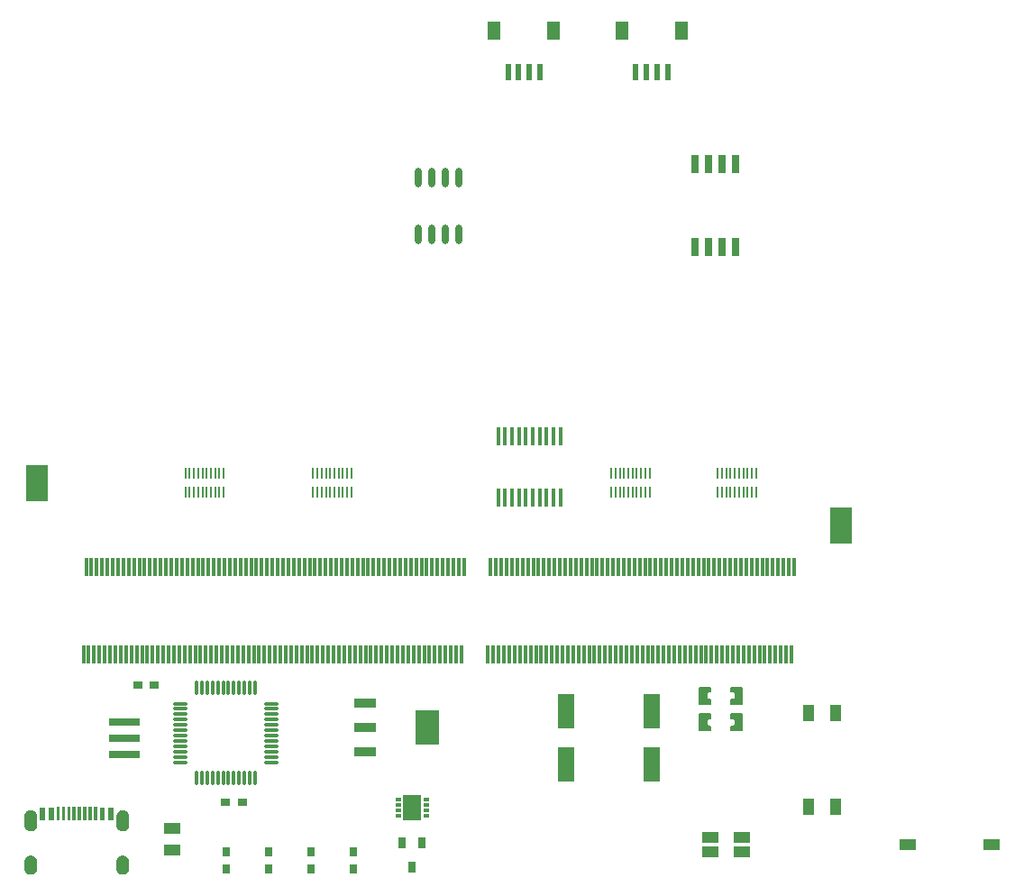
<source format=gtp>
G04 Layer: TopPasteMaskLayer*
G04 EasyEDA v6.5.22, 2022-12-22 19:42:36*
G04 63d54b84b90b4e81b1216e971f4bcc08,b137401b17fb4d15a04862e99c0880a0,10*
G04 Gerber Generator version 0.2*
G04 Scale: 100 percent, Rotated: No, Reflected: No *
G04 Dimensions in millimeters *
G04 leading zeros omitted , absolute positions ,4 integer and 5 decimal *
%FSLAX45Y45*%
%MOMM*%

%ADD10R,2.0000X3.5000*%
%ADD11R,0.3000X1.8000*%
%ADD12R,1.1000X1.5240*%
%ADD13R,1.5000X1.0000*%
%ADD14R,0.8000X1.0000*%
%ADD15R,1.5500X1.0000*%
%ADD16R,2.1500X0.9500*%
%ADD17R,2.2000X3.2500*%
%ADD18R,0.8000X0.9000*%
%ADD19R,0.6000X1.5500*%
%ADD20R,1.2000X1.8000*%
%ADD21R,0.9000X0.8000*%
%ADD22R,1.6000X3.2000*%
%ADD23O,0.27000199999999996X1.499997*%
%ADD24O,1.499997X0.27000199999999996*%
%ADD25O,0.36400740000000004X1.7420082*%
%ADD26R,1.7000X2.4000*%
%ADD27R,0.5000X0.3000*%
%ADD28R,3.0000X0.7000*%
%ADD29R,0.2000X1.1000*%
%ADD30R,0.2000X1.0000*%
%ADD31O,0.6299962X1.8649950000000002*%
%ADD32R,0.7000X1.8000*%
%ADD33R,0.0191X1.8000*%

%LPD*%
G36*
X-3744976Y-4249013D02*
G01*
X-3744976Y-4367987D01*
X-3694988Y-4367987D01*
X-3694988Y-4249013D01*
G37*
G36*
X-3104946Y-4249013D02*
G01*
X-3104946Y-4367987D01*
X-3054959Y-4367987D01*
X-3054959Y-4249013D01*
G37*
G36*
X-3184956Y-4249013D02*
G01*
X-3184956Y-4368038D01*
X-3134969Y-4368038D01*
X-3134969Y-4249013D01*
G37*
G36*
X-3664965Y-4249013D02*
G01*
X-3664965Y-4367987D01*
X-3614978Y-4367987D01*
X-3614978Y-4249013D01*
G37*
G36*
X-3239973Y-4243984D02*
G01*
X-3239973Y-4373016D01*
X-3210001Y-4373016D01*
X-3210001Y-4243984D01*
G37*
G36*
X-3389985Y-4243984D02*
G01*
X-3389985Y-4373016D01*
X-3360013Y-4373016D01*
X-3360013Y-4243984D01*
G37*
G36*
X-3439972Y-4243984D02*
G01*
X-3439972Y-4373016D01*
X-3410000Y-4373016D01*
X-3410000Y-4243984D01*
G37*
G36*
X-3490010Y-4243984D02*
G01*
X-3490010Y-4373016D01*
X-3459987Y-4373016D01*
X-3459987Y-4243984D01*
G37*
G36*
X-3589985Y-4243984D02*
G01*
X-3589985Y-4373016D01*
X-3560013Y-4373016D01*
X-3560013Y-4243984D01*
G37*
G36*
X-3339998Y-4243984D02*
G01*
X-3339998Y-4373016D01*
X-3309975Y-4373016D01*
X-3309975Y-4243984D01*
G37*
G36*
X-3290011Y-4243984D02*
G01*
X-3290011Y-4373016D01*
X-3260039Y-4373016D01*
X-3260039Y-4243984D01*
G37*
G36*
X-3539998Y-4243984D02*
G01*
X-3539998Y-4373016D01*
X-3509975Y-4373016D01*
X-3509975Y-4243984D01*
G37*
G36*
X-3833469Y-4273499D02*
G01*
X-3839464Y-4273956D01*
X-3845356Y-4274972D01*
X-3851097Y-4276598D01*
X-3856685Y-4278782D01*
X-3862019Y-4281525D01*
X-3866997Y-4284776D01*
X-3871722Y-4288485D01*
X-3875989Y-4292701D01*
X-3879799Y-4297273D01*
X-3883202Y-4302201D01*
X-3886047Y-4307433D01*
X-3888384Y-4312970D01*
X-3890162Y-4318660D01*
X-3891330Y-4324553D01*
X-3891940Y-4330496D01*
X-3891991Y-4413504D01*
X-3891686Y-4419447D01*
X-3890822Y-4425391D01*
X-3889349Y-4431182D01*
X-3887266Y-4436770D01*
X-3884676Y-4442206D01*
X-3881577Y-4447286D01*
X-3877970Y-4452061D01*
X-3873906Y-4456430D01*
X-3869385Y-4460392D01*
X-3864559Y-4463897D01*
X-3859377Y-4466894D01*
X-3853891Y-4469333D01*
X-3848252Y-4471263D01*
X-3842410Y-4472584D01*
X-3836466Y-4473295D01*
X-3830523Y-4473448D01*
X-3824528Y-4473041D01*
X-3818636Y-4471974D01*
X-3812895Y-4470349D01*
X-3807307Y-4468164D01*
X-3801973Y-4465421D01*
X-3796995Y-4462221D01*
X-3792270Y-4458462D01*
X-3788003Y-4454296D01*
X-3784193Y-4449724D01*
X-3780790Y-4444746D01*
X-3777945Y-4439513D01*
X-3775608Y-4434027D01*
X-3773830Y-4428286D01*
X-3772662Y-4422444D01*
X-3772052Y-4416450D01*
X-3772001Y-4333494D01*
X-3772306Y-4327499D01*
X-3773170Y-4321606D01*
X-3774643Y-4315815D01*
X-3776726Y-4310176D01*
X-3779316Y-4304792D01*
X-3782415Y-4299661D01*
X-3786022Y-4294936D01*
X-3790086Y-4290517D01*
X-3794607Y-4286554D01*
X-3799433Y-4283100D01*
X-3804615Y-4280103D01*
X-3810101Y-4277614D01*
X-3815740Y-4275734D01*
X-3821582Y-4274413D01*
X-3827526Y-4273651D01*
G37*
G36*
X-2969463Y-4273499D02*
G01*
X-2975457Y-4273956D01*
X-2981350Y-4274972D01*
X-2987090Y-4276598D01*
X-2992678Y-4278782D01*
X-2998012Y-4281525D01*
X-3002991Y-4284776D01*
X-3007715Y-4288485D01*
X-3011982Y-4292701D01*
X-3015843Y-4297273D01*
X-3019196Y-4302201D01*
X-3022041Y-4307433D01*
X-3024378Y-4312970D01*
X-3026156Y-4318660D01*
X-3027324Y-4324553D01*
X-3027934Y-4330496D01*
X-3027984Y-4413504D01*
X-3027680Y-4419447D01*
X-3026816Y-4425391D01*
X-3025343Y-4431182D01*
X-3023260Y-4436770D01*
X-3020669Y-4442206D01*
X-3017570Y-4447286D01*
X-3013964Y-4452061D01*
X-3009900Y-4456430D01*
X-3005378Y-4460392D01*
X-3000552Y-4463897D01*
X-2995371Y-4466894D01*
X-2989935Y-4469333D01*
X-2984246Y-4471263D01*
X-2978404Y-4472584D01*
X-2972460Y-4473295D01*
X-2966516Y-4473448D01*
X-2960522Y-4473041D01*
X-2954629Y-4471974D01*
X-2948889Y-4470349D01*
X-2943301Y-4468164D01*
X-2937967Y-4465421D01*
X-2932988Y-4462221D01*
X-2928264Y-4458462D01*
X-2923997Y-4454296D01*
X-2920187Y-4449724D01*
X-2916783Y-4444746D01*
X-2913938Y-4439513D01*
X-2911602Y-4434027D01*
X-2909824Y-4428286D01*
X-2908655Y-4422444D01*
X-2908046Y-4416450D01*
X-2907995Y-4333494D01*
X-2908300Y-4327499D01*
X-2909163Y-4321606D01*
X-2910636Y-4315815D01*
X-2912719Y-4310176D01*
X-2915310Y-4304792D01*
X-2918409Y-4299661D01*
X-2922016Y-4294936D01*
X-2926080Y-4290517D01*
X-2930601Y-4286554D01*
X-2935427Y-4283100D01*
X-2940608Y-4280103D01*
X-2946095Y-4277614D01*
X-2951734Y-4275734D01*
X-2957576Y-4274413D01*
X-2963519Y-4273651D01*
G37*
G36*
X-3833469Y-4701489D02*
G01*
X-3839464Y-4701946D01*
X-3845356Y-4703013D01*
X-3851097Y-4704638D01*
X-3856685Y-4706823D01*
X-3862019Y-4709515D01*
X-3866997Y-4712766D01*
X-3871722Y-4716526D01*
X-3875989Y-4720691D01*
X-3879799Y-4725263D01*
X-3883202Y-4730191D01*
X-3886047Y-4735474D01*
X-3888384Y-4740960D01*
X-3890162Y-4746701D01*
X-3891330Y-4752543D01*
X-3891940Y-4758486D01*
X-3891991Y-4821478D01*
X-3891686Y-4827473D01*
X-3890822Y-4833366D01*
X-3889349Y-4839157D01*
X-3887266Y-4844796D01*
X-3884676Y-4850180D01*
X-3881577Y-4855311D01*
X-3877970Y-4860036D01*
X-3873906Y-4864455D01*
X-3869385Y-4868418D01*
X-3864559Y-4871872D01*
X-3859377Y-4874869D01*
X-3853891Y-4877358D01*
X-3848252Y-4879238D01*
X-3842410Y-4880559D01*
X-3836466Y-4881321D01*
X-3830523Y-4881473D01*
X-3824528Y-4881016D01*
X-3818636Y-4880000D01*
X-3812895Y-4878374D01*
X-3807307Y-4876190D01*
X-3801973Y-4873447D01*
X-3796995Y-4870196D01*
X-3792270Y-4866487D01*
X-3788003Y-4862322D01*
X-3784193Y-4857699D01*
X-3780790Y-4852771D01*
X-3777945Y-4847539D01*
X-3775608Y-4842002D01*
X-3773830Y-4836312D01*
X-3772662Y-4830419D01*
X-3772052Y-4824476D01*
X-3772001Y-4761484D01*
X-3772306Y-4755540D01*
X-3773170Y-4749596D01*
X-3774643Y-4743805D01*
X-3776726Y-4738166D01*
X-3779316Y-4732782D01*
X-3782415Y-4727702D01*
X-3786022Y-4722926D01*
X-3790086Y-4718558D01*
X-3794607Y-4714595D01*
X-3799433Y-4711090D01*
X-3804615Y-4708093D01*
X-3810101Y-4705654D01*
X-3815740Y-4703724D01*
X-3821582Y-4702403D01*
X-3827526Y-4701641D01*
G37*
G36*
X-2969463Y-4701489D02*
G01*
X-2975457Y-4701946D01*
X-2981350Y-4703013D01*
X-2987090Y-4704638D01*
X-2992678Y-4706823D01*
X-2998012Y-4709515D01*
X-3002991Y-4712766D01*
X-3007715Y-4716526D01*
X-3011982Y-4720691D01*
X-3015843Y-4725263D01*
X-3019196Y-4730191D01*
X-3022041Y-4735474D01*
X-3024378Y-4740960D01*
X-3026156Y-4746701D01*
X-3027324Y-4752543D01*
X-3027934Y-4758486D01*
X-3027984Y-4821478D01*
X-3027680Y-4827473D01*
X-3026816Y-4833366D01*
X-3025343Y-4839157D01*
X-3023260Y-4844796D01*
X-3020669Y-4850180D01*
X-3017570Y-4855311D01*
X-3013964Y-4860036D01*
X-3009900Y-4864455D01*
X-3005378Y-4868418D01*
X-3000552Y-4871872D01*
X-2995371Y-4874869D01*
X-2989935Y-4877358D01*
X-2984246Y-4879238D01*
X-2978404Y-4880559D01*
X-2972460Y-4881321D01*
X-2966516Y-4881473D01*
X-2960522Y-4881016D01*
X-2954629Y-4880000D01*
X-2948889Y-4878374D01*
X-2943301Y-4876190D01*
X-2937967Y-4873447D01*
X-2932988Y-4870196D01*
X-2928264Y-4866487D01*
X-2923997Y-4862322D01*
X-2920187Y-4857699D01*
X-2916783Y-4852771D01*
X-2913938Y-4847539D01*
X-2911602Y-4842002D01*
X-2909824Y-4836312D01*
X-2908655Y-4830419D01*
X-2908046Y-4824476D01*
X-2907995Y-4761484D01*
X-2908300Y-4755540D01*
X-2909163Y-4749596D01*
X-2910636Y-4743805D01*
X-2912719Y-4738166D01*
X-2915310Y-4732782D01*
X-2918409Y-4727702D01*
X-2922016Y-4722926D01*
X-2926080Y-4718558D01*
X-2930601Y-4714595D01*
X-2935427Y-4711090D01*
X-2940608Y-4708093D01*
X-2946095Y-4705654D01*
X-2951734Y-4703724D01*
X-2957576Y-4702403D01*
X-2963519Y-4701641D01*
G37*
G36*
X2451709Y-3364839D02*
G01*
X2441752Y-3374847D01*
X2441752Y-3524910D01*
X2451709Y-3534918D01*
X2552496Y-3534918D01*
X2562504Y-3524910D01*
X2562504Y-3488791D01*
X2552496Y-3478784D01*
X2531414Y-3478784D01*
X2521407Y-3468776D01*
X2521407Y-3430981D01*
X2531414Y-3420973D01*
X2552496Y-3420973D01*
X2562504Y-3410965D01*
X2562504Y-3374847D01*
X2552496Y-3364839D01*
G37*
G36*
X2747467Y-3364839D02*
G01*
X2737459Y-3374847D01*
X2737459Y-3410965D01*
X2747467Y-3420973D01*
X2768549Y-3420973D01*
X2778556Y-3430981D01*
X2778556Y-3468776D01*
X2768549Y-3478784D01*
X2747467Y-3478784D01*
X2737459Y-3488791D01*
X2737459Y-3524910D01*
X2747467Y-3534918D01*
X2848254Y-3534918D01*
X2858211Y-3524910D01*
X2858211Y-3374847D01*
X2848254Y-3364839D01*
G37*
G36*
X2451709Y-3114903D02*
G01*
X2441752Y-3124911D01*
X2441752Y-3274974D01*
X2451709Y-3284982D01*
X2552496Y-3284982D01*
X2562504Y-3274974D01*
X2562504Y-3238855D01*
X2552496Y-3228848D01*
X2531414Y-3228848D01*
X2521407Y-3218840D01*
X2521407Y-3181045D01*
X2531414Y-3171037D01*
X2552496Y-3171037D01*
X2562504Y-3161030D01*
X2562504Y-3124911D01*
X2552496Y-3114903D01*
G37*
G36*
X2747467Y-3114903D02*
G01*
X2737459Y-3124911D01*
X2737459Y-3161030D01*
X2747467Y-3171037D01*
X2768549Y-3171037D01*
X2778556Y-3181045D01*
X2778556Y-3218840D01*
X2768549Y-3228848D01*
X2747467Y-3228848D01*
X2737459Y-3238855D01*
X2737459Y-3274974D01*
X2747467Y-3284982D01*
X2848254Y-3284982D01*
X2858211Y-3274974D01*
X2858211Y-3124911D01*
X2848254Y-3114903D01*
G37*
D10*
G01*
X3774998Y-1599996D03*
G01*
X-3774973Y-1199997D03*
D11*
G01*
X3337509Y-1989988D03*
G01*
X3312490Y-2810002D03*
G01*
X3287496Y-1989988D03*
G01*
X3262477Y-2810002D03*
G01*
X3237509Y-1989988D03*
G01*
X3212490Y-2810002D03*
G01*
X3187496Y-1989988D03*
G01*
X3162477Y-2810002D03*
G01*
X3137509Y-1989988D03*
G01*
X3112490Y-2810002D03*
G01*
X3087497Y-1989988D03*
G01*
X3062477Y-2810002D03*
G01*
X3037509Y-1989988D03*
G01*
X3012490Y-2810002D03*
G01*
X2987497Y-1989988D03*
G01*
X2962478Y-2810002D03*
G01*
X2937509Y-1989988D03*
G01*
X2912490Y-2810002D03*
G01*
X2887497Y-1989988D03*
G01*
X2862478Y-2810002D03*
G01*
X2837510Y-1989988D03*
G01*
X2812491Y-2810002D03*
G01*
X2787497Y-1989988D03*
G01*
X2762478Y-2810002D03*
G01*
X2737510Y-1989988D03*
G01*
X2712491Y-2810002D03*
G01*
X2687497Y-1989988D03*
G01*
X2662478Y-2810002D03*
G01*
X2637510Y-1989988D03*
G01*
X2612491Y-2810002D03*
G01*
X2587497Y-1989988D03*
G01*
X2562479Y-2810002D03*
G01*
X2537510Y-1989988D03*
G01*
X2512491Y-2810002D03*
G01*
X2487498Y-1989988D03*
G01*
X2462479Y-2810002D03*
G01*
X2437511Y-1989988D03*
G01*
X2412491Y-2810002D03*
G01*
X2387498Y-1989988D03*
G01*
X2362479Y-2810002D03*
G01*
X2337511Y-1989988D03*
G01*
X2312492Y-2810002D03*
G01*
X2287498Y-1989988D03*
G01*
X2262479Y-2810002D03*
G01*
X2237486Y-1989988D03*
G01*
X2212466Y-2810002D03*
G01*
X2187498Y-1989988D03*
G01*
X2162479Y-2810002D03*
G01*
X2137511Y-1989988D03*
G01*
X2112492Y-2810002D03*
G01*
X2087499Y-1989988D03*
G01*
X2062479Y-2810002D03*
G01*
X2037511Y-1989988D03*
G01*
X2012492Y-2810002D03*
G01*
X1987499Y-1989988D03*
G01*
X1962480Y-2810002D03*
G01*
X1937486Y-1989988D03*
G01*
X1912467Y-2810002D03*
G01*
X1887499Y-1989988D03*
G01*
X1862480Y-2810002D03*
G01*
X1837486Y-1989988D03*
G01*
X1812467Y-2810002D03*
G01*
X1787499Y-1989988D03*
G01*
X1762480Y-2810002D03*
G01*
X1737487Y-1989988D03*
G01*
X1712468Y-2810002D03*
G01*
X1687499Y-1989988D03*
G01*
X1662480Y-2810002D03*
G01*
X1637487Y-1989988D03*
G01*
X1612493Y-2810002D03*
G01*
X1587500Y-1989988D03*
G01*
X1562480Y-2810002D03*
G01*
X1537487Y-1989988D03*
G01*
X1512493Y-2810002D03*
G01*
X1487500Y-1989988D03*
G01*
X1462481Y-2810002D03*
G01*
X1437487Y-1989988D03*
G01*
X1412468Y-2810002D03*
G01*
X1387500Y-1989988D03*
G01*
X1362481Y-2810002D03*
G01*
X1337487Y-1989988D03*
G01*
X1312468Y-2810002D03*
G01*
X1287500Y-1989988D03*
G01*
X1262481Y-2810002D03*
G01*
X1237513Y-1989988D03*
G01*
X1212494Y-2810002D03*
G01*
X1187500Y-1989988D03*
G01*
X1162481Y-2810002D03*
G01*
X1137513Y-1989988D03*
G01*
X1112494Y-2810002D03*
G01*
X1087501Y-1989988D03*
G01*
X1062481Y-2810002D03*
G01*
X1037488Y-1989988D03*
G01*
X1012469Y-2810002D03*
G01*
X987501Y-1989988D03*
G01*
X962482Y-2810002D03*
G01*
X937488Y-1989988D03*
G01*
X912469Y-2810002D03*
G01*
X887501Y-1989988D03*
G01*
X862482Y-2810002D03*
G01*
X837488Y-1989988D03*
G01*
X812469Y-2810002D03*
G01*
X787501Y-1989988D03*
G01*
X762482Y-2810002D03*
G01*
X737488Y-1989988D03*
G01*
X712470Y-2810002D03*
G01*
X687501Y-1989988D03*
G01*
X662482Y-2810002D03*
G01*
X637489Y-1989988D03*
G01*
X612470Y-2810002D03*
G01*
X587502Y-1989988D03*
G01*
X562482Y-2810002D03*
G01*
X537489Y-1989988D03*
G01*
X512470Y-2810002D03*
G01*
X487502Y-1989988D03*
G01*
X462483Y-2810002D03*
G01*
X237489Y-1989988D03*
G01*
X212470Y-2810002D03*
G01*
X187502Y-1989988D03*
G01*
X162483Y-2810002D03*
G01*
X137490Y-1989988D03*
G01*
X112471Y-2810002D03*
G01*
X87503Y-1989988D03*
G01*
X62484Y-2810002D03*
G01*
X37490Y-1989988D03*
G01*
X12471Y-2810002D03*
G01*
X-12496Y-1989988D03*
G01*
X-37515Y-2810002D03*
G01*
X-62509Y-1989988D03*
G01*
X-87528Y-2810002D03*
G01*
X-112496Y-1989988D03*
G01*
X-137515Y-2810002D03*
G01*
X-162509Y-1989988D03*
G01*
X-187528Y-2810002D03*
G01*
X-212496Y-1989988D03*
G01*
X-237515Y-2810002D03*
G01*
X-262509Y-1989988D03*
G01*
X-287528Y-2810002D03*
G01*
X-312496Y-1989988D03*
G01*
X-337515Y-2810002D03*
G01*
X-362508Y-1989988D03*
G01*
X-387527Y-2810002D03*
G01*
X-412495Y-1989988D03*
G01*
X-437514Y-2810002D03*
G01*
X-462508Y-1989988D03*
G01*
X-487527Y-2810002D03*
G01*
X-512495Y-1989988D03*
G01*
X-537514Y-2810002D03*
G01*
X-562508Y-1989988D03*
G01*
X-587527Y-2810002D03*
G01*
X-612495Y-1989988D03*
G01*
X-637514Y-2810002D03*
G01*
X-662508Y-1989988D03*
G01*
X-687527Y-2810002D03*
G01*
X-712495Y-1989988D03*
G01*
X-737514Y-2810002D03*
G01*
X-762507Y-1989988D03*
G01*
X-787527Y-2810002D03*
G01*
X-812495Y-1989988D03*
G01*
X-837514Y-2810002D03*
G01*
X-862507Y-1989988D03*
G01*
X-887526Y-2810002D03*
G01*
X-912495Y-1989988D03*
G01*
X-937513Y-2810002D03*
G01*
X-962507Y-1989988D03*
G01*
X-987526Y-2810002D03*
G01*
X-1012494Y-1989988D03*
G01*
X-1037513Y-2810002D03*
G01*
X-1062507Y-1989988D03*
G01*
X-1087526Y-2810002D03*
G01*
X-1112494Y-1989988D03*
G01*
X-1137513Y-2810002D03*
G01*
X-1162507Y-1989988D03*
G01*
X-1187526Y-2810002D03*
G01*
X-1212494Y-1989988D03*
G01*
X-1237513Y-2810002D03*
G01*
X-1262506Y-1989988D03*
G01*
X-1287526Y-2810002D03*
G01*
X-1312494Y-1989988D03*
G01*
X-1337513Y-2810002D03*
G01*
X-1362506Y-1989988D03*
G01*
X-1387525Y-2810002D03*
G01*
X-1412494Y-1989988D03*
G01*
X-1437512Y-2810002D03*
G01*
X-1462506Y-1989988D03*
G01*
X-1487525Y-2810002D03*
G01*
X-1512493Y-1989988D03*
G01*
X-1537512Y-2810002D03*
G01*
X-1562506Y-1989988D03*
G01*
X-1587525Y-2810002D03*
G01*
X-1612493Y-1989988D03*
G01*
X-1637512Y-2810002D03*
G01*
X-1662506Y-1989988D03*
G01*
X-1687525Y-2810002D03*
G01*
X-1712493Y-1989988D03*
G01*
X-1737512Y-2810002D03*
G01*
X-1762505Y-1989988D03*
G01*
X-1787525Y-2810002D03*
G01*
X-1812493Y-1989988D03*
G01*
X-1837512Y-2810002D03*
G01*
X-1862505Y-1989988D03*
G01*
X-1887524Y-2810002D03*
G01*
X-1912493Y-1989988D03*
G01*
X-1937512Y-2810002D03*
G01*
X-1962505Y-1989988D03*
G01*
X-1987524Y-2810002D03*
G01*
X-2012492Y-1989988D03*
G01*
X-2037511Y-2810002D03*
G01*
X-2062505Y-1989988D03*
G01*
X-2087524Y-2810002D03*
G01*
X-2112492Y-1989988D03*
G01*
X-2137511Y-2810002D03*
G01*
X-2162505Y-1989988D03*
G01*
X-2187524Y-2810002D03*
G01*
X-2212492Y-1989988D03*
G01*
X-2237511Y-2810002D03*
G01*
X-2262504Y-1989988D03*
G01*
X-2287523Y-2810002D03*
G01*
X-2312492Y-1989988D03*
G01*
X-2337511Y-2810002D03*
G01*
X-2362504Y-1989988D03*
G01*
X-2387523Y-2810002D03*
G01*
X-2412492Y-1989988D03*
G01*
X-2437511Y-2810002D03*
G01*
X-2462504Y-1989988D03*
G01*
X-2487523Y-2810002D03*
G01*
X-2512491Y-1989988D03*
G01*
X-2537510Y-2810002D03*
G01*
X-2562504Y-1989988D03*
G01*
X-2587523Y-2810002D03*
G01*
X-2612491Y-1989988D03*
G01*
X-2637510Y-2810002D03*
G01*
X-2662504Y-1989988D03*
G01*
X-2687523Y-2810002D03*
G01*
X-2712491Y-1989988D03*
G01*
X-2737510Y-2810002D03*
G01*
X-2762504Y-1989988D03*
G01*
X-2787522Y-2810002D03*
G01*
X-2812491Y-1989988D03*
G01*
X-2837510Y-2810002D03*
G01*
X-2862503Y-1989988D03*
G01*
X-2887522Y-2810002D03*
G01*
X-2912490Y-1989988D03*
G01*
X-2937510Y-2810002D03*
G01*
X-2962503Y-1989988D03*
G01*
X-2987522Y-2810002D03*
G01*
X-3012490Y-1989988D03*
G01*
X-3037509Y-2810002D03*
G01*
X-3062503Y-1989988D03*
G01*
X-3087522Y-2810002D03*
G01*
X-3112490Y-1989988D03*
G01*
X-3137509Y-2810002D03*
G01*
X-3162503Y-1989988D03*
G01*
X-3187522Y-2810002D03*
G01*
X-3212490Y-1989988D03*
G01*
X-3237509Y-2810002D03*
G01*
X-3262503Y-1989988D03*
G01*
X-3287521Y-2810002D03*
G01*
X-3312490Y-1989988D03*
G01*
X-3337509Y-2810002D03*
D12*
G01*
X3726992Y-4240911D03*
G01*
X3726992Y-3359099D03*
G01*
X3472992Y-3359099D03*
G01*
X3472992Y-4240911D03*
D13*
G01*
X4404995Y-4599990D03*
G01*
X5194985Y-4599990D03*
D14*
G01*
X-345008Y-4584979D03*
G01*
X-250012Y-4815001D03*
G01*
X-154990Y-4585004D03*
D15*
G01*
X-2499995Y-4650003D03*
G01*
X-2499995Y-4450003D03*
D16*
G01*
X-690041Y-3269919D03*
G01*
X-690041Y-3499916D03*
G01*
X-690041Y-3729913D03*
D17*
G01*
X-110058Y-3499916D03*
D18*
G01*
X-800100Y-4670094D03*
G01*
X-800100Y-4830114D03*
G01*
X-1599945Y-4670094D03*
G01*
X-1599945Y-4830114D03*
G01*
X-1999995Y-4670094D03*
G01*
X-1999995Y-4830114D03*
G01*
X-1199895Y-4670094D03*
G01*
X-1199895Y-4830114D03*
D19*
G01*
X850061Y2656281D03*
G01*
X950061Y2656281D03*
G01*
X650036Y2656331D03*
G01*
X750036Y2656331D03*
D20*
G01*
X1080084Y3043834D03*
G01*
X520064Y3043885D03*
D19*
G01*
X2049957Y2656281D03*
G01*
X2149957Y2656281D03*
G01*
X1849932Y2656331D03*
G01*
X1949932Y2656331D03*
D20*
G01*
X2279980Y3043834D03*
G01*
X1719961Y3043885D03*
D21*
G01*
X-1845208Y-4199915D03*
G01*
X-2005228Y-4199915D03*
G01*
X-2829915Y-3100146D03*
G01*
X-2669895Y-3100146D03*
D22*
G01*
X1999995Y-3350005D03*
G01*
X1999995Y-3849979D03*
G01*
X1199895Y-3350005D03*
G01*
X1199895Y-3849979D03*
D23*
G01*
X-2275001Y-3974947D03*
G01*
X-2224989Y-3974947D03*
G01*
X-2175002Y-3974947D03*
G01*
X-2124989Y-3974947D03*
G01*
X-2075002Y-3974947D03*
G01*
X-2024989Y-3974947D03*
G01*
X-1975002Y-3974947D03*
G01*
X-1924989Y-3974947D03*
G01*
X-1875002Y-3974947D03*
G01*
X-1824989Y-3974947D03*
G01*
X-1775002Y-3974947D03*
G01*
X-1724990Y-3974947D03*
D24*
G01*
X-1575003Y-3824960D03*
G01*
X-1575003Y-3774947D03*
G01*
X-1575003Y-3724960D03*
G01*
X-1575003Y-3674948D03*
G01*
X-1575003Y-3624961D03*
G01*
X-1575003Y-3574948D03*
G01*
X-1575003Y-3524961D03*
G01*
X-1575003Y-3474948D03*
G01*
X-1575003Y-3424961D03*
G01*
X-1575003Y-3374948D03*
G01*
X-1575003Y-3324961D03*
G01*
X-1575003Y-3274948D03*
D23*
G01*
X-1724990Y-3124962D03*
G01*
X-1775002Y-3124962D03*
G01*
X-1824989Y-3124962D03*
G01*
X-1875002Y-3124962D03*
G01*
X-1924989Y-3124962D03*
G01*
X-1975002Y-3124962D03*
G01*
X-2024989Y-3124962D03*
G01*
X-2075002Y-3124962D03*
G01*
X-2124989Y-3124962D03*
G01*
X-2175002Y-3124962D03*
G01*
X-2224989Y-3124962D03*
G01*
X-2275001Y-3124962D03*
D24*
G01*
X-2424988Y-3274948D03*
G01*
X-2424988Y-3324961D03*
G01*
X-2424988Y-3374948D03*
G01*
X-2424988Y-3424961D03*
G01*
X-2424988Y-3474948D03*
G01*
X-2424988Y-3524961D03*
G01*
X-2424988Y-3574948D03*
G01*
X-2424988Y-3624961D03*
G01*
X-2424988Y-3674948D03*
G01*
X-2424988Y-3724960D03*
G01*
X-2424988Y-3774947D03*
G01*
X-2424988Y-3824960D03*
D25*
G01*
X557377Y-1337182D03*
G01*
X622376Y-1337182D03*
G01*
X687374Y-1337182D03*
G01*
X752373Y-1337182D03*
G01*
X817397Y-1337182D03*
G01*
X882395Y-1337182D03*
G01*
X947394Y-1337182D03*
G01*
X1012393Y-1337182D03*
G01*
X1077391Y-1337182D03*
G01*
X1142390Y-1337182D03*
G01*
X557377Y-762990D03*
G01*
X622376Y-762990D03*
G01*
X687374Y-762990D03*
G01*
X752373Y-762990D03*
G01*
X817397Y-762990D03*
G01*
X882395Y-762990D03*
G01*
X947394Y-762990D03*
G01*
X1012393Y-762990D03*
G01*
X1077391Y-762990D03*
G01*
X1142390Y-762990D03*
D13*
G01*
X2550033Y-4529988D03*
G01*
X2850032Y-4529988D03*
G01*
X2550033Y-4669993D03*
G01*
X2850032Y-4669993D03*
D26*
G01*
X-252603Y-4249877D03*
D27*
G01*
X-117602Y-4324883D03*
G01*
X-117602Y-4274870D03*
G01*
X-117602Y-4224883D03*
G01*
X-117602Y-4174870D03*
G01*
X-382600Y-4324883D03*
G01*
X-382600Y-4274870D03*
G01*
X-382600Y-4224883D03*
G01*
X-382600Y-4174870D03*
D28*
G01*
X-2949930Y-3449980D03*
G01*
X-2949930Y-3599992D03*
G01*
X-2949930Y-3749979D03*
D29*
G01*
X2620009Y-1285112D03*
D30*
G01*
X2660015Y-1290116D03*
G01*
X2700020Y-1290116D03*
G01*
X2739999Y-1290116D03*
G01*
X2780004Y-1290116D03*
G01*
X2820009Y-1290116D03*
G01*
X2860014Y-1290116D03*
G01*
X2900019Y-1290116D03*
G01*
X2939999Y-1290116D03*
G01*
X2980004Y-1290116D03*
G01*
X2980004Y-1110106D03*
G01*
X2939999Y-1110106D03*
G01*
X2900019Y-1110106D03*
G01*
X2860014Y-1110106D03*
G01*
X2820009Y-1110106D03*
G01*
X2780004Y-1110106D03*
G01*
X2739999Y-1110106D03*
G01*
X2700020Y-1110106D03*
G01*
X2660015Y-1110106D03*
G01*
X2620009Y-1110106D03*
D29*
G01*
X1620012Y-1285112D03*
D30*
G01*
X1660017Y-1290116D03*
G01*
X1700021Y-1290116D03*
G01*
X1740001Y-1290116D03*
G01*
X1780006Y-1290116D03*
G01*
X1820011Y-1290116D03*
G01*
X1860016Y-1290116D03*
G01*
X1900021Y-1290116D03*
G01*
X1940001Y-1290116D03*
G01*
X1980006Y-1290116D03*
G01*
X1980006Y-1110106D03*
G01*
X1940001Y-1110106D03*
G01*
X1900021Y-1110106D03*
G01*
X1860016Y-1110106D03*
G01*
X1820011Y-1110106D03*
G01*
X1780006Y-1110106D03*
G01*
X1740001Y-1110106D03*
G01*
X1700021Y-1110106D03*
G01*
X1660017Y-1110106D03*
G01*
X1620012Y-1110106D03*
D29*
G01*
X-1180084Y-1285112D03*
D30*
G01*
X-1140079Y-1290116D03*
G01*
X-1100073Y-1290116D03*
G01*
X-1060094Y-1290116D03*
G01*
X-1020089Y-1290116D03*
G01*
X-980084Y-1290116D03*
G01*
X-940079Y-1290116D03*
G01*
X-900074Y-1290116D03*
G01*
X-860094Y-1290116D03*
G01*
X-820089Y-1290116D03*
G01*
X-820089Y-1110106D03*
G01*
X-860094Y-1110106D03*
G01*
X-900074Y-1110106D03*
G01*
X-940079Y-1110106D03*
G01*
X-980084Y-1110106D03*
G01*
X-1020089Y-1110106D03*
G01*
X-1060094Y-1110106D03*
G01*
X-1100073Y-1110106D03*
G01*
X-1140079Y-1110106D03*
G01*
X-1180084Y-1110106D03*
D29*
G01*
X-2379979Y-1285112D03*
D30*
G01*
X-2339975Y-1290116D03*
G01*
X-2299970Y-1290116D03*
G01*
X-2259990Y-1290116D03*
G01*
X-2219985Y-1290116D03*
G01*
X-2179980Y-1290116D03*
G01*
X-2139975Y-1290116D03*
G01*
X-2099970Y-1290116D03*
G01*
X-2059990Y-1290116D03*
G01*
X-2019985Y-1290116D03*
G01*
X-2019985Y-1110106D03*
G01*
X-2059990Y-1110106D03*
G01*
X-2099970Y-1110106D03*
G01*
X-2139975Y-1110106D03*
G01*
X-2179980Y-1110106D03*
G01*
X-2219985Y-1110106D03*
G01*
X-2259990Y-1110106D03*
G01*
X-2299970Y-1110106D03*
G01*
X-2339975Y-1110106D03*
G01*
X-2379979Y-1110106D03*
D31*
G01*
X190500Y1668145D03*
G01*
X63500Y1668145D03*
G01*
X-63500Y1668145D03*
G01*
X-190500Y1668145D03*
G01*
X190500Y1131646D03*
G01*
X63500Y1131646D03*
G01*
X-63500Y1131646D03*
G01*
X-190500Y1131646D03*
D32*
G01*
X2790494Y1789988D03*
G01*
X2663494Y1789988D03*
G01*
X2536494Y1789988D03*
G01*
X2409494Y1789988D03*
G01*
X2409494Y1010005D03*
G01*
X2536494Y1010005D03*
G01*
X2663494Y1010005D03*
G01*
X2790494Y1010005D03*
M02*

</source>
